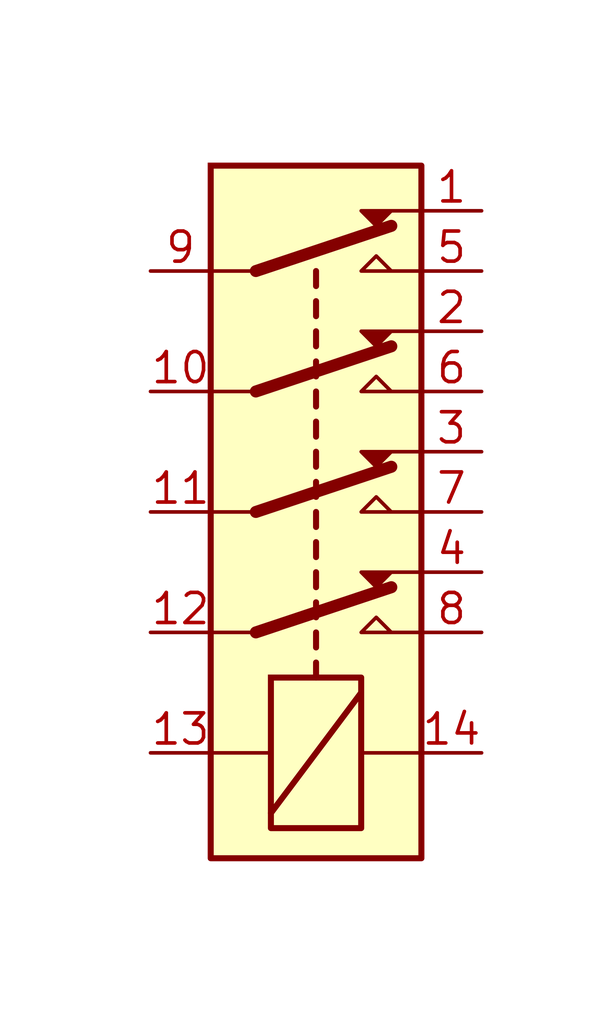
<source format=kicad_sch>
(kicad_sch (version 20250114) (generator "eeschema") (generator_version "9.0")
  (paper "User" 25.4 43.18)
  (lib_symbols
    (symbol "relay:4PDT"
      (property "Reference" "K" (at 5.842 6.858 0))
      (property "Value" "4PDT" (at 9.398 -24.892 0))
      (symbol "4PDT_0_1"
        (rectangle (start 5.08 5.715) (end 13.97 -23.495) (stroke (width 0.254)) (fill (type background)))
        (polyline (pts (xy 5.08 1.27) (xy 6.985 1.27)))
        (polyline (pts (xy 5.08 -3.81) (xy 6.985 -3.81)))
        (polyline (pts (xy 5.08 -8.89) (xy 6.985 -8.89)))
        (polyline (pts (xy 5.08 -13.97) (xy 6.985 -13.97)))
        (polyline (pts (xy 5.08 -19.05) (xy 7.62 -19.05)))
        (polyline (pts (xy 6.985 1.27) (xy 12.7 3.175)) (stroke (width 0.508)))
        (polyline (pts (xy 6.985 -3.81) (xy 12.7 -1.905)) (stroke (width 0.508)))
        (polyline (pts (xy 6.985 -8.89) (xy 12.7 -6.985)) (stroke (width 0.508)))
        (polyline (pts (xy 6.985 -13.97) (xy 12.7 -12.065)) (stroke (width 0.508)))
        (polyline (pts (xy 7.62 -21.59) (xy 11.43 -16.51)) (stroke (width 0.254)))
        (polyline (pts (xy 9.525 0.635) (xy 9.525 1.27)) (stroke (width 0.254)))
        (polyline (pts (xy 9.525 -0.635) (xy 9.525 0)) (stroke (width 0.254)))
        (polyline (pts (xy 9.525 -1.905) (xy 9.525 -1.27)) (stroke (width 0.254)))
        (polyline (pts (xy 9.525 -3.175) (xy 9.525 -2.54)) (stroke (width 0.254)))
        (polyline (pts (xy 9.525 -4.445) (xy 9.525 -3.81)) (stroke (width 0.254)))
        (polyline (pts (xy 9.525 -5.715) (xy 9.525 -5.08)) (stroke (width 0.254)))
        (polyline (pts (xy 9.525 -6.985) (xy 9.525 -6.35)) (stroke (width 0.254)))
        (polyline (pts (xy 9.525 -8.255) (xy 9.525 -7.62)) (stroke (width 0.254)))
        (polyline (pts (xy 9.525 -9.525) (xy 9.525 -8.89)) (stroke (width 0.254)))
        (polyline (pts (xy 9.525 -10.795) (xy 9.525 -10.16)) (stroke (width 0.254)))
        (polyline (pts (xy 9.525 -12.065) (xy 9.525 -11.43)) (stroke (width 0.254)))
        (polyline (pts (xy 9.525 -13.335) (xy 9.525 -12.7)) (stroke (width 0.254)))
        (polyline (pts (xy 9.525 -14.605) (xy 9.525 -13.97)) (stroke (width 0.254)))
        (polyline (pts (xy 9.525 -15.875) (xy 9.525 -15.24)) (stroke (width 0.254)))
        (polyline (pts (xy 11.43 -19.05) (xy 13.97 -19.05)))
        (polyline (pts (xy 13.97 3.81) (xy 11.43 3.81) (xy 12.065 3.175) (xy 12.7 3.81)) (fill (type outline)))
        (polyline (pts (xy 13.97 1.27) (xy 11.43 1.27) (xy 12.065 1.905) (xy 12.7 1.27)))
        (polyline (pts (xy 13.97 -1.27) (xy 11.43 -1.27) (xy 12.065 -1.905) (xy 12.7 -1.27)) (fill (type outline)))
        (polyline (pts (xy 13.97 -3.81) (xy 11.43 -3.81) (xy 12.065 -3.175) (xy 12.7 -3.81)))
        (polyline (pts (xy 13.97 -6.35) (xy 11.43 -6.35) (xy 12.065 -6.985) (xy 12.7 -6.35)) (fill (type outline)))
        (polyline (pts (xy 13.97 -8.89) (xy 11.43 -8.89) (xy 12.065 -8.255) (xy 12.7 -8.89)))
        (polyline (pts (xy 13.97 -11.43) (xy 11.43 -11.43) (xy 12.065 -12.065) (xy 12.7 -11.43)) (fill (type outline)))
        (polyline (pts (xy 13.97 -13.97) (xy 11.43 -13.97) (xy 12.065 -13.335) (xy 12.7 -13.97)))
      )
      (symbol "4PDT_1_1"
        (rectangle (start 11.43 -15.875) (end 7.62 -22.225) (stroke (width 0.254)))
        (pin passive line (at 2.54 1.27 0) (length 2.54) (name "") (number "9"))
        (pin passive line (at 2.54 -3.81 0) (length 2.54) (name "") (number "10"))
        (pin passive line (at 2.54 -8.89 0) (length 2.54) (name "") (number "11"))
        (pin passive line (at 2.54 -13.97 0) (length 2.54) (name "") (number "12"))
        (pin passive line (at 2.54 -19.05 0) (length 2.54) (name "") (number "13"))
        (pin passive line (at 16.51 3.81 180) (length 2.54) (name "") (number "1"))
        (pin passive line (at 16.51 1.27 180) (length 2.54) (name "") (number "5"))
        (pin passive line (at 16.51 -1.27 180) (length 2.54) (name "") (number "2"))
        (pin passive line (at 16.51 -3.81 180) (length 2.54) (name "") (number "6"))
        (pin passive line (at 16.51 -6.35 180) (length 2.54) (name "") (number "3"))
        (pin passive line (at 16.51 -8.89 180) (length 2.54) (name "") (number "7"))
        (pin passive line (at 16.51 -11.43 180) (length 2.54) (name "") (number "4"))
        (pin passive line (at 16.51 -13.97 180) (length 2.54) (name "") (number "8"))
        (pin passive line (at 16.51 -19.05 180) (length 2.54) (name "") (number "14"))
      )
    )
  )
  (symbol (lib_id "relay:4PDT") (at 3.81 12.7 0) (unit 1)
    (property "Reference" "K1" (effects (hide yes)))
    (property "Value" "4PDT" (effects (hide yes)))
    (property "Datasheet" "https://edata.omron.com.au/eData/Relays/J111-E1-03.pdf" (effects (hide yes)))
  )
)
</source>
